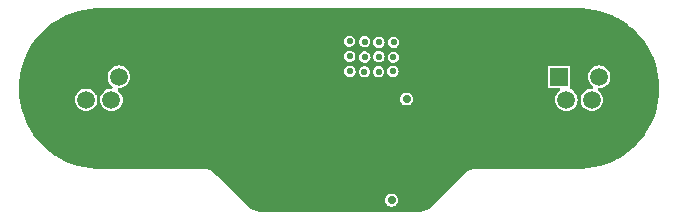
<source format=gbr>
%TF.GenerationSoftware,KiCad,Pcbnew,8.0.4*%
%TF.CreationDate,2025-04-09T21:22:43-04:00*%
%TF.ProjectId,accessory_peripheral,61636365-7373-46f7-9279-5f7065726970,rev?*%
%TF.SameCoordinates,Original*%
%TF.FileFunction,Copper,L2,Inr*%
%TF.FilePolarity,Positive*%
%FSLAX46Y46*%
G04 Gerber Fmt 4.6, Leading zero omitted, Abs format (unit mm)*
G04 Created by KiCad (PCBNEW 8.0.4) date 2025-04-09 21:22:43*
%MOMM*%
%LPD*%
G01*
G04 APERTURE LIST*
%TA.AperFunction,ComponentPad*%
%ADD10C,1.500000*%
%TD*%
%TA.AperFunction,ComponentPad*%
%ADD11R,1.500000X1.500000*%
%TD*%
%TA.AperFunction,ViaPad*%
%ADD12C,0.550000*%
%TD*%
%TA.AperFunction,ViaPad*%
%ADD13C,0.700000*%
%TD*%
%TA.AperFunction,ViaPad*%
%ADD14C,0.450000*%
%TD*%
G04 APERTURE END LIST*
D10*
%TO.N,Net-(F1-Pad1)*%
%TO.C,J1*%
X129853900Y-102183035D03*
%TO.N,/USB_D_N*%
X129228900Y-104133035D03*
%TO.N,GND*%
X126453900Y-102183035D03*
%TO.N,/USB_D_P*%
X127078900Y-104133035D03*
%TD*%
D11*
%TO.N,/RX_P*%
%TO.C,J2*%
X167122900Y-102183035D03*
D10*
%TO.N,/RX_N*%
X167747900Y-104133035D03*
%TO.N,/TX_P*%
X170522900Y-102183035D03*
%TO.N,/TX_N*%
X169897900Y-104133035D03*
%TD*%
D12*
%TO.N,GND*%
X136535100Y-104588435D03*
X139245100Y-100758435D03*
%TO.N,/5V_USB*%
X149415100Y-101728435D03*
X149405100Y-100448435D03*
X149395100Y-99178435D03*
X150665100Y-99208435D03*
X150675100Y-100518435D03*
X150645100Y-101758435D03*
X151855100Y-101748435D03*
X153055100Y-101728435D03*
X151865100Y-100478435D03*
X153105100Y-100528435D03*
X151865100Y-99268435D03*
X153115100Y-99268435D03*
%TO.N,GND*%
X148525100Y-98298435D03*
X151805100Y-107418435D03*
D13*
X147105100Y-106388435D03*
%TO.N,/LED_control*%
X152945100Y-112622435D03*
%TO.N,GND*%
X143970100Y-104847435D03*
%TO.N,/3V3*%
X154215100Y-104058435D03*
D14*
%TO.N,GND*%
X155475100Y-104058435D03*
%TD*%
%TA.AperFunction,Conductor*%
%TO.N,GND*%
G36*
X168821726Y-96366441D02*
G01*
X169077332Y-96368889D01*
X169085627Y-96369246D01*
X169596012Y-96408431D01*
X169605406Y-96409515D01*
X170110719Y-96487565D01*
X170120042Y-96489374D01*
X170617866Y-96605868D01*
X170627013Y-96608382D01*
X171114472Y-96762648D01*
X171123394Y-96765852D01*
X171597604Y-96956976D01*
X171606257Y-96960855D01*
X172064457Y-97187724D01*
X172072802Y-97192262D01*
X172512280Y-97453535D01*
X172520241Y-97458691D01*
X172938345Y-97752778D01*
X172938422Y-97752832D01*
X172945976Y-97758590D01*
X173160241Y-97935292D01*
X173340355Y-98083831D01*
X173340421Y-98083885D01*
X173347513Y-98090205D01*
X173715900Y-98444743D01*
X173722486Y-98451587D01*
X174062646Y-98833275D01*
X174068690Y-98840604D01*
X174378635Y-99247214D01*
X174384100Y-99254984D01*
X174662003Y-99684115D01*
X174666858Y-99692280D01*
X174911112Y-100141457D01*
X174915326Y-100149970D01*
X175124464Y-100616492D01*
X175128015Y-100625302D01*
X175300834Y-101106481D01*
X175303700Y-101115537D01*
X175439176Y-101608526D01*
X175441341Y-101617776D01*
X175538682Y-102119699D01*
X175540132Y-102129086D01*
X175598768Y-102636986D01*
X175599495Y-102646458D01*
X175619077Y-103157351D01*
X175619077Y-103166849D01*
X175599495Y-103677741D01*
X175598768Y-103687213D01*
X175540132Y-104195113D01*
X175538682Y-104204500D01*
X175441341Y-104706423D01*
X175439176Y-104715673D01*
X175303700Y-105208662D01*
X175300834Y-105217718D01*
X175128015Y-105698897D01*
X175124464Y-105707707D01*
X174915326Y-106174229D01*
X174911112Y-106182742D01*
X174666858Y-106631919D01*
X174662003Y-106640084D01*
X174384100Y-107069215D01*
X174378635Y-107076985D01*
X174068690Y-107483595D01*
X174062646Y-107490924D01*
X173722486Y-107872612D01*
X173715900Y-107879456D01*
X173347513Y-108233994D01*
X173340421Y-108240314D01*
X172945976Y-108565609D01*
X172938422Y-108571367D01*
X172520254Y-108865500D01*
X172512280Y-108870664D01*
X172072802Y-109131937D01*
X172064457Y-109136475D01*
X171606264Y-109363341D01*
X171597596Y-109367226D01*
X171123403Y-109558343D01*
X171114463Y-109561554D01*
X170627019Y-109715815D01*
X170617860Y-109718332D01*
X170120041Y-109834825D01*
X170110716Y-109836634D01*
X169605429Y-109914681D01*
X169595992Y-109915770D01*
X169085630Y-109954952D01*
X169077331Y-109955310D01*
X168875368Y-109957253D01*
X168868406Y-109955281D01*
X160155127Y-109983434D01*
X160154880Y-109983435D01*
X160035068Y-109983583D01*
X159797850Y-110017074D01*
X159797839Y-110017077D01*
X159568832Y-110087460D01*
X159568827Y-110087463D01*
X159353745Y-110192982D01*
X159157922Y-110331022D01*
X158986248Y-110498137D01*
X158917536Y-110586633D01*
X158907274Y-110598266D01*
X157026815Y-112478722D01*
X156375099Y-113130437D01*
X156328204Y-113177685D01*
X156290276Y-113215898D01*
X156277547Y-113227079D01*
X156087179Y-113372519D01*
X156070968Y-113383011D01*
X155861363Y-113496559D01*
X155843719Y-113504407D01*
X155619035Y-113584022D01*
X155600382Y-113589036D01*
X155364869Y-113633016D01*
X155348064Y-113634980D01*
X155231939Y-113640565D01*
X155223628Y-113640686D01*
X155199339Y-113640224D01*
X155105100Y-113638435D01*
X155105082Y-113638435D01*
X141900067Y-113638435D01*
X141894131Y-113638293D01*
X141776820Y-113632671D01*
X141759991Y-113630705D01*
X141524501Y-113586724D01*
X141505846Y-113581710D01*
X141281159Y-113502083D01*
X141263510Y-113494232D01*
X141053920Y-113380679D01*
X141037704Y-113370182D01*
X140847330Y-113224720D01*
X140834626Y-113213563D01*
X140749776Y-113128105D01*
X140749759Y-113128088D01*
X140749620Y-113127948D01*
X140749620Y-113127947D01*
X140244107Y-112622434D01*
X152389850Y-112622434D01*
X152389850Y-112622435D01*
X152408770Y-112766143D01*
X152408771Y-112766147D01*
X152464237Y-112900057D01*
X152464238Y-112900059D01*
X152464239Y-112900060D01*
X152552479Y-113015056D01*
X152667475Y-113103296D01*
X152801391Y-113158765D01*
X152928380Y-113175483D01*
X152945099Y-113177685D01*
X152945100Y-113177685D01*
X152945101Y-113177685D01*
X152960077Y-113175713D01*
X153088809Y-113158765D01*
X153222725Y-113103296D01*
X153337721Y-113015056D01*
X153425961Y-112900060D01*
X153481430Y-112766144D01*
X153500350Y-112622435D01*
X153481430Y-112478726D01*
X153425961Y-112344810D01*
X153337721Y-112229814D01*
X153222725Y-112141574D01*
X153222724Y-112141573D01*
X153222722Y-112141572D01*
X153088812Y-112086106D01*
X153088810Y-112086105D01*
X153088809Y-112086105D01*
X153016954Y-112076645D01*
X152945101Y-112067185D01*
X152945099Y-112067185D01*
X152801391Y-112086105D01*
X152801387Y-112086106D01*
X152667477Y-112141572D01*
X152552479Y-112229814D01*
X152464237Y-112344812D01*
X152408771Y-112478722D01*
X152408770Y-112478726D01*
X152389850Y-112622434D01*
X140244107Y-112622434D01*
X138192216Y-110570542D01*
X138181925Y-110558870D01*
X138113241Y-110470340D01*
X138113232Y-110470328D01*
X138113222Y-110470318D01*
X137941498Y-110303152D01*
X137941491Y-110303146D01*
X137941487Y-110303142D01*
X137924765Y-110291354D01*
X137745590Y-110165052D01*
X137745587Y-110165051D01*
X137745586Y-110165050D01*
X137745584Y-110165049D01*
X137530401Y-110059487D01*
X137530399Y-110059486D01*
X137301288Y-109989081D01*
X137301289Y-109989081D01*
X137063970Y-109955591D01*
X137063966Y-109955590D01*
X137063962Y-109955590D01*
X136944100Y-109955435D01*
X136944019Y-109955435D01*
X128144584Y-109955435D01*
X128126742Y-109957267D01*
X127924873Y-109955382D01*
X127916539Y-109955023D01*
X127406200Y-109915842D01*
X127396763Y-109914753D01*
X126891467Y-109836705D01*
X126882142Y-109834896D01*
X126384320Y-109718401D01*
X126375161Y-109715884D01*
X125887712Y-109561622D01*
X125878772Y-109558411D01*
X125404573Y-109367292D01*
X125395905Y-109363407D01*
X124937708Y-109136539D01*
X124929363Y-109132001D01*
X124489886Y-108870729D01*
X124481913Y-108865565D01*
X124063728Y-108571421D01*
X124056173Y-108565663D01*
X123661730Y-108240368D01*
X123654638Y-108234048D01*
X123286247Y-107879506D01*
X123279661Y-107872662D01*
X122939497Y-107490970D01*
X122933453Y-107483641D01*
X122623505Y-107077027D01*
X122618040Y-107069257D01*
X122618013Y-107069215D01*
X122340121Y-106640100D01*
X122335291Y-106631978D01*
X122091025Y-106182780D01*
X122086819Y-106174283D01*
X121877664Y-105707723D01*
X121874113Y-105698913D01*
X121701289Y-105217718D01*
X121698434Y-105208697D01*
X121562947Y-104715669D01*
X121560792Y-104706460D01*
X121463443Y-104204500D01*
X121461995Y-104195124D01*
X121454827Y-104133035D01*
X126123801Y-104133035D01*
X126142152Y-104319366D01*
X126142153Y-104319368D01*
X126196504Y-104498537D01*
X126284762Y-104663658D01*
X126284764Y-104663661D01*
X126403542Y-104808392D01*
X126548273Y-104927170D01*
X126548276Y-104927172D01*
X126713397Y-105015430D01*
X126713399Y-105015431D01*
X126892566Y-105069781D01*
X126892568Y-105069782D01*
X126909274Y-105071427D01*
X127078900Y-105088134D01*
X127265231Y-105069782D01*
X127444401Y-105015431D01*
X127609525Y-104927171D01*
X127754257Y-104808392D01*
X127873036Y-104663660D01*
X127961296Y-104498536D01*
X128015647Y-104319366D01*
X128030497Y-104168590D01*
X128044770Y-104133242D01*
X128044557Y-104132826D01*
X128263029Y-104132826D01*
X128275728Y-104157640D01*
X128277303Y-104168591D01*
X128292152Y-104319366D01*
X128292153Y-104319368D01*
X128346504Y-104498537D01*
X128434762Y-104663658D01*
X128434764Y-104663661D01*
X128553542Y-104808392D01*
X128698273Y-104927170D01*
X128698276Y-104927172D01*
X128863397Y-105015430D01*
X128863399Y-105015431D01*
X129042566Y-105069781D01*
X129042568Y-105069782D01*
X129059274Y-105071427D01*
X129228900Y-105088134D01*
X129415231Y-105069782D01*
X129594401Y-105015431D01*
X129759525Y-104927171D01*
X129904257Y-104808392D01*
X130023036Y-104663660D01*
X130111296Y-104498536D01*
X130165647Y-104319366D01*
X130183999Y-104133035D01*
X130176652Y-104058435D01*
X153659850Y-104058435D01*
X153669671Y-104133035D01*
X153678770Y-104202143D01*
X153678771Y-104202147D01*
X153734237Y-104336057D01*
X153734238Y-104336059D01*
X153734239Y-104336060D01*
X153822479Y-104451056D01*
X153937475Y-104539296D01*
X154071391Y-104594765D01*
X154198380Y-104611483D01*
X154215099Y-104613685D01*
X154215100Y-104613685D01*
X154215101Y-104613685D01*
X154230077Y-104611713D01*
X154358809Y-104594765D01*
X154492725Y-104539296D01*
X154607721Y-104451056D01*
X154695961Y-104336060D01*
X154751430Y-104202144D01*
X154770350Y-104058435D01*
X154751430Y-103914726D01*
X154695961Y-103780810D01*
X154607721Y-103665814D01*
X154492725Y-103577574D01*
X154492724Y-103577573D01*
X154492722Y-103577572D01*
X154358812Y-103522106D01*
X154358810Y-103522105D01*
X154358809Y-103522105D01*
X154286954Y-103512645D01*
X154215101Y-103503185D01*
X154215099Y-103503185D01*
X154071391Y-103522105D01*
X154071387Y-103522106D01*
X153937477Y-103577572D01*
X153822479Y-103665814D01*
X153734237Y-103780812D01*
X153678771Y-103914722D01*
X153678770Y-103914726D01*
X153659850Y-104058435D01*
X130176652Y-104058435D01*
X130165647Y-103946704D01*
X130111296Y-103767534D01*
X130068356Y-103687198D01*
X130023037Y-103602411D01*
X130023035Y-103602408D01*
X129904257Y-103457677D01*
X129782628Y-103357858D01*
X129743294Y-103300112D01*
X129741423Y-103230267D01*
X129777611Y-103170499D01*
X129840367Y-103139783D01*
X129849140Y-103138602D01*
X129853895Y-103138133D01*
X129853900Y-103138134D01*
X130040231Y-103119782D01*
X130219401Y-103065431D01*
X130384525Y-102977171D01*
X130529257Y-102858392D01*
X130648036Y-102713660D01*
X130736296Y-102548536D01*
X130790647Y-102369366D01*
X130808999Y-102183035D01*
X130790647Y-101996704D01*
X130736296Y-101817534D01*
X130688672Y-101728435D01*
X148934710Y-101728435D01*
X148954168Y-101863772D01*
X148954170Y-101863780D01*
X149010967Y-101988149D01*
X149010972Y-101988156D01*
X149100509Y-102091488D01*
X149100513Y-102091492D01*
X149159012Y-102129086D01*
X149215539Y-102165413D01*
X149275554Y-102183035D01*
X149346732Y-102203935D01*
X149346733Y-102203935D01*
X149483467Y-102203935D01*
X149614661Y-102165413D01*
X149729689Y-102091490D01*
X149819230Y-101988153D01*
X149876031Y-101863777D01*
X149891177Y-101758435D01*
X150164710Y-101758435D01*
X150184168Y-101893772D01*
X150184170Y-101893780D01*
X150240967Y-102018149D01*
X150240972Y-102018156D01*
X150330509Y-102121488D01*
X150330513Y-102121492D01*
X150391079Y-102160414D01*
X150445539Y-102195413D01*
X150511136Y-102214674D01*
X150576732Y-102233935D01*
X150576733Y-102233935D01*
X150713467Y-102233935D01*
X150844661Y-102195413D01*
X150959689Y-102121490D01*
X151049230Y-102018153D01*
X151059026Y-101996704D01*
X151062932Y-101988149D01*
X151106031Y-101893777D01*
X151125490Y-101758435D01*
X151124052Y-101748435D01*
X151374710Y-101748435D01*
X151394168Y-101883772D01*
X151394170Y-101883780D01*
X151450967Y-102008149D01*
X151450972Y-102008156D01*
X151540509Y-102111488D01*
X151540513Y-102111492D01*
X151567869Y-102129072D01*
X151655539Y-102185413D01*
X151689596Y-102195413D01*
X151786732Y-102223935D01*
X151786733Y-102223935D01*
X151923467Y-102223935D01*
X152054661Y-102185413D01*
X152169689Y-102111490D01*
X152259230Y-102008153D01*
X152316031Y-101883777D01*
X152333800Y-101760188D01*
X152342296Y-101741582D01*
X152339421Y-101735286D01*
X152567902Y-101735286D01*
X152579275Y-101760189D01*
X152579275Y-101760190D01*
X152594168Y-101863772D01*
X152594170Y-101863780D01*
X152650967Y-101988149D01*
X152650972Y-101988156D01*
X152740509Y-102091488D01*
X152740513Y-102091492D01*
X152799012Y-102129086D01*
X152855539Y-102165413D01*
X152915554Y-102183035D01*
X152986732Y-102203935D01*
X152986733Y-102203935D01*
X153123467Y-102203935D01*
X153254661Y-102165413D01*
X153369689Y-102091490D01*
X153459230Y-101988153D01*
X153516031Y-101863777D01*
X153535490Y-101728435D01*
X153516031Y-101593093D01*
X153472929Y-101498713D01*
X153459232Y-101468720D01*
X153459227Y-101468713D01*
X153411196Y-101413282D01*
X166172400Y-101413282D01*
X166172400Y-102952787D01*
X166184031Y-103011264D01*
X166184032Y-103011265D01*
X166228347Y-103077587D01*
X166294669Y-103121902D01*
X166294670Y-103121903D01*
X166353147Y-103133534D01*
X166353150Y-103133535D01*
X167120955Y-103133535D01*
X167187994Y-103153220D01*
X167233749Y-103206024D01*
X167243693Y-103275182D01*
X167214668Y-103338738D01*
X167199620Y-103353388D01*
X167072542Y-103457677D01*
X166953764Y-103602408D01*
X166953762Y-103602411D01*
X166865504Y-103767532D01*
X166811153Y-103946701D01*
X166811152Y-103946703D01*
X166792801Y-104133035D01*
X166811152Y-104319366D01*
X166811153Y-104319368D01*
X166865504Y-104498537D01*
X166953762Y-104663658D01*
X166953764Y-104663661D01*
X167072542Y-104808392D01*
X167217273Y-104927170D01*
X167217276Y-104927172D01*
X167382397Y-105015430D01*
X167382399Y-105015431D01*
X167561566Y-105069781D01*
X167561568Y-105069782D01*
X167578274Y-105071427D01*
X167747900Y-105088134D01*
X167934231Y-105069782D01*
X168113401Y-105015431D01*
X168278525Y-104927171D01*
X168423257Y-104808392D01*
X168542036Y-104663660D01*
X168630296Y-104498536D01*
X168684647Y-104319366D01*
X168699497Y-104168590D01*
X168713770Y-104133242D01*
X168713557Y-104132826D01*
X168932029Y-104132826D01*
X168944728Y-104157640D01*
X168946303Y-104168591D01*
X168961152Y-104319366D01*
X168961153Y-104319368D01*
X169015504Y-104498537D01*
X169103762Y-104663658D01*
X169103764Y-104663661D01*
X169222542Y-104808392D01*
X169367273Y-104927170D01*
X169367276Y-104927172D01*
X169532397Y-105015430D01*
X169532399Y-105015431D01*
X169711566Y-105069781D01*
X169711568Y-105069782D01*
X169728274Y-105071427D01*
X169897900Y-105088134D01*
X170084231Y-105069782D01*
X170263401Y-105015431D01*
X170428525Y-104927171D01*
X170573257Y-104808392D01*
X170692036Y-104663660D01*
X170780296Y-104498536D01*
X170834647Y-104319366D01*
X170852999Y-104133035D01*
X170834647Y-103946704D01*
X170780296Y-103767534D01*
X170737356Y-103687198D01*
X170692037Y-103602411D01*
X170692035Y-103602408D01*
X170573257Y-103457677D01*
X170451628Y-103357858D01*
X170412294Y-103300112D01*
X170410423Y-103230267D01*
X170446611Y-103170499D01*
X170509367Y-103139783D01*
X170518140Y-103138602D01*
X170522895Y-103138133D01*
X170522900Y-103138134D01*
X170709231Y-103119782D01*
X170888401Y-103065431D01*
X171053525Y-102977171D01*
X171198257Y-102858392D01*
X171317036Y-102713660D01*
X171405296Y-102548536D01*
X171459647Y-102369366D01*
X171477999Y-102183035D01*
X171459647Y-101996704D01*
X171405296Y-101817534D01*
X171357672Y-101728435D01*
X171317037Y-101652411D01*
X171317035Y-101652408D01*
X171198257Y-101507677D01*
X171053526Y-101388899D01*
X171053523Y-101388897D01*
X170888402Y-101300639D01*
X170709233Y-101246288D01*
X170709231Y-101246287D01*
X170522900Y-101227936D01*
X170336568Y-101246287D01*
X170336566Y-101246288D01*
X170157397Y-101300639D01*
X169992276Y-101388897D01*
X169992273Y-101388899D01*
X169847542Y-101507677D01*
X169728764Y-101652408D01*
X169728762Y-101652411D01*
X169640504Y-101817532D01*
X169586153Y-101996701D01*
X169586152Y-101996703D01*
X169567801Y-102183035D01*
X169586152Y-102369366D01*
X169586153Y-102369368D01*
X169640504Y-102548537D01*
X169728762Y-102713658D01*
X169728764Y-102713661D01*
X169847542Y-102858392D01*
X169969171Y-102958211D01*
X170008505Y-103015957D01*
X170010376Y-103085802D01*
X169974188Y-103145570D01*
X169911432Y-103176286D01*
X169902660Y-103177467D01*
X169711568Y-103196287D01*
X169711566Y-103196288D01*
X169532397Y-103250639D01*
X169367276Y-103338897D01*
X169367273Y-103338899D01*
X169222542Y-103457677D01*
X169103764Y-103602408D01*
X169103762Y-103602411D01*
X169015504Y-103767532D01*
X168961153Y-103946701D01*
X168961152Y-103946703D01*
X168946303Y-104097478D01*
X168932029Y-104132826D01*
X168713557Y-104132826D01*
X168701072Y-104108429D01*
X168699497Y-104097478D01*
X168684647Y-103946703D01*
X168684646Y-103946701D01*
X168630296Y-103767534D01*
X168587356Y-103687198D01*
X168542037Y-103602411D01*
X168542035Y-103602408D01*
X168423257Y-103457677D01*
X168278526Y-103338899D01*
X168278523Y-103338897D01*
X168113403Y-103250639D01*
X168097473Y-103245807D01*
X168039035Y-103207509D01*
X168010579Y-103143696D01*
X168021141Y-103074629D01*
X168030363Y-103058264D01*
X168061767Y-103011266D01*
X168073400Y-102952783D01*
X168073400Y-101413287D01*
X168073400Y-101413284D01*
X168073399Y-101413282D01*
X168061768Y-101354805D01*
X168061767Y-101354804D01*
X168017452Y-101288482D01*
X167951130Y-101244167D01*
X167951129Y-101244166D01*
X167892652Y-101232535D01*
X167892648Y-101232535D01*
X166353152Y-101232535D01*
X166353147Y-101232535D01*
X166294670Y-101244166D01*
X166294669Y-101244167D01*
X166228347Y-101288482D01*
X166184032Y-101354804D01*
X166184031Y-101354805D01*
X166172400Y-101413282D01*
X153411196Y-101413282D01*
X153369690Y-101365381D01*
X153369686Y-101365377D01*
X153278836Y-101306993D01*
X153254661Y-101291457D01*
X153254660Y-101291456D01*
X153254659Y-101291456D01*
X153123468Y-101252935D01*
X153123467Y-101252935D01*
X152986733Y-101252935D01*
X152986732Y-101252935D01*
X152855540Y-101291456D01*
X152740513Y-101365377D01*
X152740509Y-101365381D01*
X152650972Y-101468713D01*
X152650967Y-101468720D01*
X152594170Y-101593089D01*
X152594168Y-101593097D01*
X152576400Y-101716679D01*
X152567902Y-101735286D01*
X152339421Y-101735286D01*
X152330924Y-101716679D01*
X152321684Y-101652411D01*
X152316031Y-101613093D01*
X152303777Y-101586262D01*
X152259232Y-101488720D01*
X152259227Y-101488713D01*
X152169690Y-101385381D01*
X152169686Y-101385377D01*
X152078836Y-101326993D01*
X152054661Y-101311457D01*
X152054660Y-101311456D01*
X152054659Y-101311456D01*
X151923468Y-101272935D01*
X151923467Y-101272935D01*
X151786733Y-101272935D01*
X151786732Y-101272935D01*
X151655540Y-101311456D01*
X151540513Y-101385377D01*
X151540509Y-101385381D01*
X151450972Y-101488713D01*
X151450967Y-101488720D01*
X151394170Y-101613089D01*
X151394168Y-101613097D01*
X151374710Y-101748435D01*
X151124052Y-101748435D01*
X151106031Y-101623093D01*
X151092329Y-101593089D01*
X151049232Y-101498720D01*
X151049227Y-101498713D01*
X150959690Y-101395381D01*
X150959686Y-101395377D01*
X150844659Y-101321456D01*
X150713468Y-101282935D01*
X150713467Y-101282935D01*
X150576733Y-101282935D01*
X150576732Y-101282935D01*
X150445540Y-101321456D01*
X150330513Y-101395377D01*
X150330509Y-101395381D01*
X150240972Y-101498713D01*
X150240967Y-101498720D01*
X150184170Y-101623089D01*
X150184168Y-101623097D01*
X150164710Y-101758435D01*
X149891177Y-101758435D01*
X149895490Y-101728435D01*
X149876031Y-101593093D01*
X149832929Y-101498713D01*
X149819232Y-101468720D01*
X149819227Y-101468713D01*
X149729690Y-101365381D01*
X149729686Y-101365377D01*
X149638836Y-101306993D01*
X149614661Y-101291457D01*
X149614660Y-101291456D01*
X149614659Y-101291456D01*
X149483468Y-101252935D01*
X149483467Y-101252935D01*
X149346733Y-101252935D01*
X149346732Y-101252935D01*
X149215540Y-101291456D01*
X149100513Y-101365377D01*
X149100509Y-101365381D01*
X149010972Y-101468713D01*
X149010967Y-101468720D01*
X148954170Y-101593089D01*
X148954168Y-101593097D01*
X148934710Y-101728435D01*
X130688672Y-101728435D01*
X130648037Y-101652411D01*
X130648035Y-101652408D01*
X130529257Y-101507677D01*
X130384526Y-101388899D01*
X130384523Y-101388897D01*
X130219402Y-101300639D01*
X130040233Y-101246288D01*
X130040231Y-101246287D01*
X129853900Y-101227936D01*
X129667568Y-101246287D01*
X129667566Y-101246288D01*
X129488397Y-101300639D01*
X129323276Y-101388897D01*
X129323273Y-101388899D01*
X129178542Y-101507677D01*
X129059764Y-101652408D01*
X129059762Y-101652411D01*
X128971504Y-101817532D01*
X128917153Y-101996701D01*
X128917152Y-101996703D01*
X128898801Y-102183035D01*
X128917152Y-102369366D01*
X128917153Y-102369368D01*
X128971504Y-102548537D01*
X129059762Y-102713658D01*
X129059764Y-102713661D01*
X129178542Y-102858392D01*
X129300171Y-102958211D01*
X129339505Y-103015957D01*
X129341376Y-103085802D01*
X129305188Y-103145570D01*
X129242432Y-103176286D01*
X129233660Y-103177467D01*
X129042568Y-103196287D01*
X129042566Y-103196288D01*
X128863397Y-103250639D01*
X128698276Y-103338897D01*
X128698273Y-103338899D01*
X128553542Y-103457677D01*
X128434764Y-103602408D01*
X128434762Y-103602411D01*
X128346504Y-103767532D01*
X128292153Y-103946701D01*
X128292152Y-103946703D01*
X128277303Y-104097478D01*
X128263029Y-104132826D01*
X128044557Y-104132826D01*
X128032072Y-104108429D01*
X128030497Y-104097478D01*
X128015647Y-103946703D01*
X128015646Y-103946701D01*
X127961296Y-103767534D01*
X127918356Y-103687198D01*
X127873037Y-103602411D01*
X127873035Y-103602408D01*
X127754257Y-103457677D01*
X127609526Y-103338899D01*
X127609523Y-103338897D01*
X127444402Y-103250639D01*
X127265233Y-103196288D01*
X127265231Y-103196287D01*
X127078900Y-103177936D01*
X126892568Y-103196287D01*
X126892566Y-103196288D01*
X126713397Y-103250639D01*
X126548276Y-103338897D01*
X126548273Y-103338899D01*
X126403542Y-103457677D01*
X126284764Y-103602408D01*
X126284762Y-103602411D01*
X126196504Y-103767532D01*
X126142153Y-103946701D01*
X126142152Y-103946703D01*
X126123801Y-104133035D01*
X121454827Y-104133035D01*
X121433316Y-103946703D01*
X121403357Y-103687198D01*
X121402633Y-103677768D01*
X121383050Y-103166848D01*
X121383050Y-103157351D01*
X121384490Y-103119781D01*
X121402633Y-102646429D01*
X121403359Y-102636986D01*
X121461995Y-102129072D01*
X121463445Y-102119688D01*
X121485075Y-102008156D01*
X121560793Y-101617733D01*
X121562945Y-101608536D01*
X121698436Y-101115494D01*
X121701289Y-101106479D01*
X121874118Y-100625271D01*
X121877664Y-100616476D01*
X121952995Y-100448435D01*
X148924710Y-100448435D01*
X148944168Y-100583772D01*
X148944170Y-100583780D01*
X149000967Y-100708149D01*
X149000972Y-100708156D01*
X149090509Y-100811488D01*
X149090513Y-100811492D01*
X149151079Y-100850414D01*
X149205539Y-100885413D01*
X149271136Y-100904674D01*
X149336732Y-100923935D01*
X149336733Y-100923935D01*
X149473467Y-100923935D01*
X149604661Y-100885413D01*
X149719689Y-100811490D01*
X149809230Y-100708153D01*
X149866031Y-100583777D01*
X149875426Y-100518435D01*
X150194710Y-100518435D01*
X150214168Y-100653772D01*
X150214170Y-100653780D01*
X150270967Y-100778149D01*
X150270972Y-100778156D01*
X150360509Y-100881488D01*
X150360513Y-100881492D01*
X150413297Y-100915413D01*
X150475539Y-100955413D01*
X150509596Y-100965413D01*
X150606732Y-100993935D01*
X150606733Y-100993935D01*
X150743467Y-100993935D01*
X150874661Y-100955413D01*
X150989689Y-100881490D01*
X151079230Y-100778153D01*
X151136031Y-100653777D01*
X151150237Y-100554966D01*
X151173179Y-100504730D01*
X151167429Y-100492139D01*
X151367019Y-100492139D01*
X151395713Y-100554966D01*
X151404168Y-100613773D01*
X151404170Y-100613780D01*
X151460967Y-100738149D01*
X151460972Y-100738156D01*
X151550509Y-100841488D01*
X151550513Y-100841492D01*
X151611079Y-100880414D01*
X151665539Y-100915413D01*
X151731136Y-100934674D01*
X151796732Y-100953935D01*
X151796733Y-100953935D01*
X151933467Y-100953935D01*
X152064661Y-100915413D01*
X152179689Y-100841490D01*
X152269230Y-100738153D01*
X152326031Y-100613777D01*
X152338301Y-100528435D01*
X152624710Y-100528435D01*
X152644168Y-100663772D01*
X152644170Y-100663780D01*
X152700967Y-100788149D01*
X152700972Y-100788156D01*
X152790509Y-100891488D01*
X152790513Y-100891492D01*
X152827736Y-100915413D01*
X152905539Y-100965413D01*
X152971136Y-100984674D01*
X153036732Y-101003935D01*
X153036733Y-101003935D01*
X153173467Y-101003935D01*
X153304661Y-100965413D01*
X153419689Y-100891490D01*
X153509230Y-100788153D01*
X153566031Y-100663777D01*
X153585490Y-100528435D01*
X153566031Y-100393093D01*
X153553777Y-100366262D01*
X153509232Y-100268720D01*
X153509227Y-100268713D01*
X153419690Y-100165381D01*
X153419686Y-100165377D01*
X153304659Y-100091456D01*
X153173468Y-100052935D01*
X153173467Y-100052935D01*
X153036733Y-100052935D01*
X153036732Y-100052935D01*
X152905540Y-100091456D01*
X152790513Y-100165377D01*
X152790509Y-100165381D01*
X152700972Y-100268713D01*
X152700967Y-100268720D01*
X152644170Y-100393089D01*
X152644168Y-100393097D01*
X152624710Y-100528435D01*
X152338301Y-100528435D01*
X152345490Y-100478435D01*
X152326031Y-100343093D01*
X152292066Y-100268720D01*
X152269232Y-100218720D01*
X152269227Y-100218713D01*
X152179690Y-100115381D01*
X152179686Y-100115377D01*
X152082521Y-100052935D01*
X152064661Y-100041457D01*
X152064660Y-100041456D01*
X152064659Y-100041456D01*
X151933468Y-100002935D01*
X151933467Y-100002935D01*
X151796733Y-100002935D01*
X151796732Y-100002935D01*
X151665540Y-100041456D01*
X151550513Y-100115377D01*
X151550509Y-100115381D01*
X151460972Y-100218713D01*
X151460967Y-100218720D01*
X151404170Y-100343089D01*
X151404168Y-100343097D01*
X151389962Y-100441902D01*
X151367019Y-100492139D01*
X151167429Y-100492139D01*
X151144486Y-100441902D01*
X151144486Y-100441901D01*
X151137469Y-100393097D01*
X151136031Y-100383093D01*
X151117765Y-100343097D01*
X151079232Y-100258720D01*
X151079227Y-100258713D01*
X150989690Y-100155381D01*
X150989686Y-100155377D01*
X150898836Y-100096993D01*
X150874661Y-100081457D01*
X150874660Y-100081456D01*
X150874659Y-100081456D01*
X150743468Y-100042935D01*
X150743467Y-100042935D01*
X150606733Y-100042935D01*
X150606732Y-100042935D01*
X150475540Y-100081456D01*
X150360513Y-100155377D01*
X150360509Y-100155381D01*
X150270972Y-100258713D01*
X150270967Y-100258720D01*
X150214170Y-100383089D01*
X150214168Y-100383097D01*
X150194710Y-100518435D01*
X149875426Y-100518435D01*
X149885490Y-100448435D01*
X149866031Y-100313093D01*
X149853777Y-100286262D01*
X149809232Y-100188720D01*
X149809227Y-100188713D01*
X149719690Y-100085381D01*
X149719686Y-100085377D01*
X149604659Y-100011456D01*
X149473468Y-99972935D01*
X149473467Y-99972935D01*
X149336733Y-99972935D01*
X149336732Y-99972935D01*
X149205540Y-100011456D01*
X149090513Y-100085377D01*
X149090509Y-100085381D01*
X149000972Y-100188713D01*
X149000967Y-100188720D01*
X148944170Y-100313089D01*
X148944168Y-100313097D01*
X148924710Y-100448435D01*
X121952995Y-100448435D01*
X122086819Y-100149916D01*
X122091020Y-100141429D01*
X122335298Y-99692209D01*
X122340113Y-99684110D01*
X122618050Y-99254927D01*
X122623494Y-99247186D01*
X122675901Y-99178435D01*
X148914710Y-99178435D01*
X148934168Y-99313772D01*
X148934170Y-99313780D01*
X148990967Y-99438149D01*
X148990972Y-99438156D01*
X149080509Y-99541488D01*
X149080513Y-99541492D01*
X149141079Y-99580414D01*
X149195539Y-99615413D01*
X149250292Y-99631490D01*
X149326732Y-99653935D01*
X149326733Y-99653935D01*
X149463467Y-99653935D01*
X149594661Y-99615413D01*
X149709689Y-99541490D01*
X149799230Y-99438153D01*
X149856031Y-99313777D01*
X149871177Y-99208435D01*
X150184710Y-99208435D01*
X150204168Y-99343772D01*
X150204170Y-99343780D01*
X150260967Y-99468149D01*
X150260972Y-99468156D01*
X150350509Y-99571488D01*
X150350513Y-99571492D01*
X150411079Y-99610414D01*
X150465539Y-99645413D01*
X150531136Y-99664674D01*
X150596732Y-99683935D01*
X150596733Y-99683935D01*
X150733467Y-99683935D01*
X150864661Y-99645413D01*
X150979689Y-99571490D01*
X151069230Y-99468153D01*
X151126031Y-99343777D01*
X151138049Y-99260188D01*
X151143670Y-99247879D01*
X151377902Y-99247879D01*
X151383524Y-99260189D01*
X151383524Y-99260190D01*
X151404168Y-99403772D01*
X151404170Y-99403780D01*
X151460967Y-99528149D01*
X151460972Y-99528156D01*
X151550509Y-99631488D01*
X151550513Y-99631492D01*
X151611079Y-99670414D01*
X151665539Y-99705413D01*
X151731136Y-99724674D01*
X151796732Y-99743935D01*
X151796733Y-99743935D01*
X151933467Y-99743935D01*
X152064661Y-99705413D01*
X152179689Y-99631490D01*
X152269230Y-99528153D01*
X152326031Y-99403777D01*
X152345490Y-99268435D01*
X152634710Y-99268435D01*
X152654168Y-99403772D01*
X152654170Y-99403780D01*
X152710967Y-99528149D01*
X152710972Y-99528156D01*
X152800509Y-99631488D01*
X152800513Y-99631492D01*
X152861079Y-99670414D01*
X152915539Y-99705413D01*
X152981136Y-99724674D01*
X153046732Y-99743935D01*
X153046733Y-99743935D01*
X153183467Y-99743935D01*
X153314661Y-99705413D01*
X153429689Y-99631490D01*
X153519230Y-99528153D01*
X153576031Y-99403777D01*
X153595490Y-99268435D01*
X153576031Y-99133093D01*
X153534931Y-99043097D01*
X153519232Y-99008720D01*
X153519227Y-99008713D01*
X153429690Y-98905381D01*
X153429686Y-98905377D01*
X153328894Y-98840604D01*
X153314661Y-98831457D01*
X153314660Y-98831456D01*
X153314659Y-98831456D01*
X153183468Y-98792935D01*
X153183467Y-98792935D01*
X153046733Y-98792935D01*
X153046732Y-98792935D01*
X152915540Y-98831456D01*
X152800513Y-98905377D01*
X152800509Y-98905381D01*
X152710972Y-99008713D01*
X152710967Y-99008720D01*
X152654170Y-99133089D01*
X152654168Y-99133097D01*
X152634710Y-99268435D01*
X152345490Y-99268435D01*
X152326031Y-99133093D01*
X152284931Y-99043097D01*
X152269232Y-99008720D01*
X152269227Y-99008713D01*
X152179690Y-98905381D01*
X152179686Y-98905377D01*
X152078894Y-98840604D01*
X152064661Y-98831457D01*
X152064660Y-98831456D01*
X152064659Y-98831456D01*
X151933468Y-98792935D01*
X151933467Y-98792935D01*
X151796733Y-98792935D01*
X151796732Y-98792935D01*
X151665540Y-98831456D01*
X151550513Y-98905377D01*
X151550509Y-98905381D01*
X151460972Y-99008713D01*
X151460967Y-99008720D01*
X151404170Y-99133089D01*
X151404168Y-99133097D01*
X151392151Y-99216679D01*
X151377902Y-99247879D01*
X151143670Y-99247879D01*
X151152296Y-99228989D01*
X151146675Y-99216679D01*
X151145490Y-99208435D01*
X151126031Y-99073093D01*
X151096633Y-99008720D01*
X151069232Y-98948720D01*
X151069227Y-98948713D01*
X150979690Y-98845381D01*
X150979686Y-98845377D01*
X150864659Y-98771456D01*
X150733468Y-98732935D01*
X150733467Y-98732935D01*
X150596733Y-98732935D01*
X150596732Y-98732935D01*
X150465540Y-98771456D01*
X150350513Y-98845377D01*
X150350509Y-98845381D01*
X150260972Y-98948713D01*
X150260967Y-98948720D01*
X150204170Y-99073089D01*
X150204168Y-99073097D01*
X150184710Y-99208435D01*
X149871177Y-99208435D01*
X149875490Y-99178435D01*
X149856031Y-99043093D01*
X149812929Y-98948713D01*
X149799232Y-98918720D01*
X149799227Y-98918713D01*
X149709690Y-98815381D01*
X149709686Y-98815377D01*
X149594659Y-98741456D01*
X149463468Y-98702935D01*
X149463467Y-98702935D01*
X149326733Y-98702935D01*
X149326732Y-98702935D01*
X149195540Y-98741456D01*
X149080513Y-98815377D01*
X149080509Y-98815381D01*
X148990972Y-98918713D01*
X148990967Y-98918720D01*
X148934170Y-99043089D01*
X148934168Y-99043097D01*
X148914710Y-99178435D01*
X122675901Y-99178435D01*
X122933467Y-98840540D01*
X122939483Y-98833245D01*
X123279667Y-98451530D01*
X123286239Y-98444700D01*
X123654656Y-98090134D01*
X123661711Y-98083847D01*
X124056194Y-97758519D01*
X124063718Y-97752784D01*
X124352334Y-97549777D01*
X124481913Y-97458634D01*
X124489877Y-97453475D01*
X124929377Y-97192190D01*
X124937693Y-97187668D01*
X125395922Y-96960784D01*
X125404555Y-96956914D01*
X125878789Y-96765781D01*
X125887695Y-96762583D01*
X126375174Y-96608311D01*
X126384308Y-96605801D01*
X126882157Y-96489299D01*
X126891452Y-96487496D01*
X127396781Y-96409443D01*
X127406181Y-96408359D01*
X127916546Y-96369175D01*
X127924868Y-96368817D01*
X128180562Y-96366439D01*
X128181715Y-96366435D01*
X168820538Y-96366435D01*
X168821726Y-96366441D01*
G37*
%TD.AperFunction*%
%TD*%
M02*

</source>
